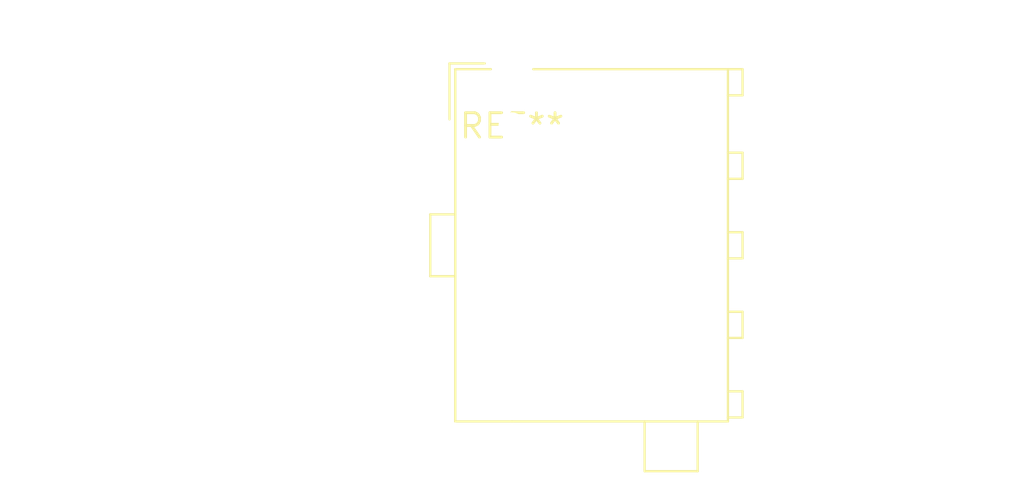
<source format=kicad_pcb>
(kicad_pcb (version 20240108) (generator pcbnew)
  (layers (0 "F.Cu" signal) (31 "B.Cu" signal) (34 "B.Paste" user) (35 "F.Paste" user) (36 "B.SilkS" user "B.Silkscreen") (37 "F.SilkS" user "F.Silkscreen") (38 "B.Mask" user) (39 "F.Mask" user) (44 "Edge.Cuts" user))
  (net 0 "")
  (footprint "TE_MATE-N-LOK_1-770186-x_3x04_P4.14mm_Vertical" (layer "F.Cu") (at 0 0)
    (property "Reference" "REF**")
    (property "Value" "TE_MATE-N-LOK_1-770186-x_3x04_P4.14mm_Vertical")
    (fp_line (start -4.255 4.6) (end -4.255 7.82) (layer "F.SilkS") (stroke (width 0.12)))
    (fp_line (start -4.255 7.82) (end -2.955 7.82) (layer "F.SilkS") (stroke (width 0.12)))
    (fp_line (start -3.255 -3.255) (end -3.255 -0.345) (layer "F.SilkS") (stroke (width 0.12)))
    (fp_line (start -2.955 -2.955) (end -2.955 15.375) (layer "F.SilkS") (stroke (width 0.12)))
    (fp_line (start -2.955 4.6) (end -4.255 4.6) (layer "F.SilkS") (stroke (width 0.12)))
    (fp_line (start -2.955 15.375) (end 0 15.375) (layer "F.SilkS") (stroke (width 0.12)))
    (fp_line (start -1.42066 -3.255) (end -3.255 -3.255) (layer "F.SilkS") (stroke (width 0.12)))
    (fp_line (start -1.103302 -2.955) (end -2.955 -2.955) (layer "F.SilkS") (stroke (width 0.12)))
    (fp_line (start 1.103302 -2.955) (end 11.235 -2.955) (layer "F.SilkS") (stroke (width 0.12)))
    (fp_line (start 6.9 15.375) (end 6.9 17.966) (layer "F.SilkS") (stroke (width 0.12)))
    (fp_line (start 6.9 17.966) (end 9.66 17.966) (layer "F.SilkS") (stroke (width 0.12)))
    (fp_line (start 9.66 17.966) (end 9.66 15.375) (layer "F.SilkS") (stroke (width 0.12)))
    (fp_line (start 11.235 -2.955) (end 11.235 15.375) (layer "F.SilkS") (stroke (width 0.12)))
    (fp_line (start 11.235 -2.955) (end 11.995 -2.955) (layer "F.SilkS") (stroke (width 0.12)))
    (fp_line (start 11.235 1.39) (end 11.995 1.39) (layer "F.SilkS") (stroke (width 0.12)))
    (fp_line (start 11.235 5.53) (end 11.995 5.53) (layer "F.SilkS") (stroke (width 0.12)))
    (fp_line (start 11.235 9.67) (end 11.995 9.67) (layer "F.SilkS") (stroke (width 0.12)))
    (fp_line (start 11.235 13.81) (end 11.995 13.81) (layer "F.SilkS") (stroke (width 0.12)))
    (fp_line (start 11.235 15.375) (end 0 15.375) (layer "F.SilkS") (stroke (width 0.12)))
    (fp_line (start 11.995 -2.955) (end 11.995 -1.595) (layer "F.SilkS") (stroke (width 0.12)))
    (fp_line (start 11.995 -1.595) (end 11.235 -1.595) (layer "F.SilkS") (stroke (width 0.12)))
    (fp_line (start 11.995 1.39) (end 11.995 2.75) (layer "F.SilkS") (stroke (width 0.12)))
    (fp_line (start 11.995 2.75) (end 11.235 2.75) (layer "F.SilkS") (stroke (width 0.12)))
    (fp_line (start 11.995 5.53) (end 11.995 6.89) (layer "F.SilkS") (stroke (width 0.12)))
    (fp_line (start 11.995 6.89) (end 11.235 6.89) (layer "F.SilkS") (stroke (width 0.12)))
    (fp_line (start 11.995 9.67) (end 11.995 11.03) (layer "F.SilkS") (stroke (width 0.12)))
    (fp_line (start 11.995 11.03) (end 11.235 11.03) (layer "F.SilkS") (stroke (width 0.12)))
    (fp_line (start 11.995 13.81) (end 11.995 15.17) (layer "F.SilkS") (stroke (width 0.12)))
    (fp_line (start 11.995 15.17) (end 11.235 15.17) (layer "F.SilkS") (stroke (width 0.12)))
    (pad "" np_thru_hole circle (at 0 -4.44) (size 3.18 3.18) (drill 3.18) (layers *.Cu *.Mask))
    (pad "1" thru_hole roundrect (at 0 0) (size 2.64 2.64) (drill 1.4) (layers *.Cu *.Mask) (remove_unused_layers) (roundrect_rratio 0.094697))
    (pad "2" thru_hole circle (at 0 4.14) (size 2.64 2.64) (drill 1.4) (layers *.Cu *.Mask) (remove_unused_layers))
    (pad "3" thru_hole circle (at 0 8.28) (size 2.64 2.64) (drill 1.4) (layers *.Cu *.Mask) (remove_unused_layers))
    (pad "4" thru_hole circle (at 0 12.42) (size 2.64 2.64) (drill 1.4) (layers *.Cu *.Mask) (remove_unused_layers))
    (pad "5" thru_hole circle (at 4.14 0) (size 2.64 2.64) (drill 1.4) (layers *.Cu *.Mask) (remove_unused_layers))
    (pad "6" thru_hole circle (at 4.14 4.14) (size 2.64 2.64) (drill 1.4) (layers *.Cu *.Mask) (remove_unused_layers))
    (pad "7" thru_hole circle (at 4.14 8.28) (size 2.64 2.64) (drill 1.4) (layers *.Cu *.Mask) (remove_unused_layers))
    (pad "8" thru_hole circle (at 4.14 12.42) (size 2.64 2.64) (drill 1.4) (layers *.Cu *.Mask) (remove_unused_layers))
    (pad "9" thru_hole circle (at 8.28 0) (size 2.64 2.64) (drill 1.4) (layers *.Cu *.Mask) (remove_unused_layers))
    (pad "10" thru_hole circle (at 8.28 4.14) (size 2.64 2.64) (drill 1.4) (layers *.Cu *.Mask) (remove_unused_layers))
    (pad "11" thru_hole circle (at 8.28 8.28) (size 2.64 2.64) (drill 1.4) (layers *.Cu *.Mask) (remove_unused_layers))
    (pad "12" thru_hole circle (at 8.28 12.42) (size 2.64 2.64) (drill 1.4) (layers *.Cu *.Mask) (remove_unused_layers))
  )
)
</source>
